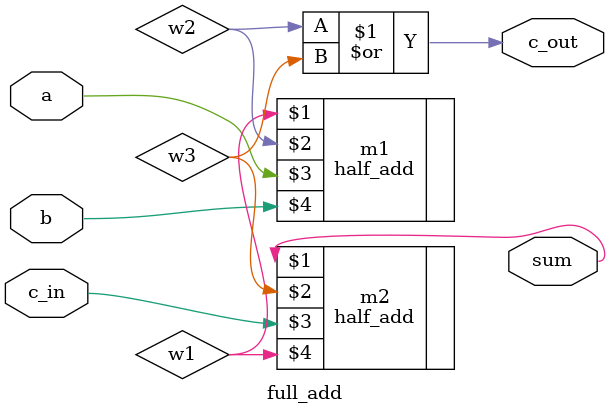
<source format=v>


module full_add(
    output sum,
    output c_out,
    input a,
    input b,
    input c_in
    );
    wire w1,w2,w3;
    half_add m1(w1,w2,a,b);
    half_add m2(sum,w3,c_in,w1);
    or(c_out,w2,w3);

endmodule

</source>
